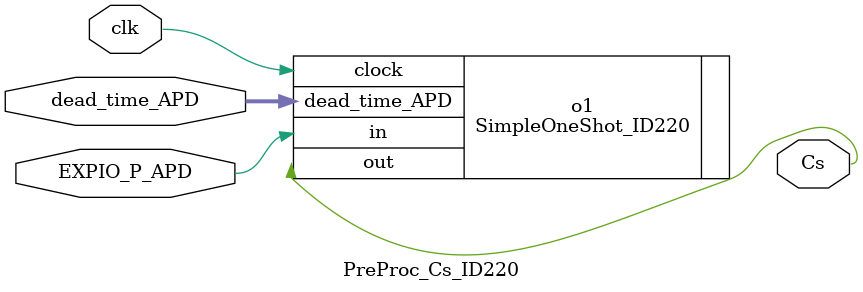
<source format=v>
`timescale 1ns / 1ps


module PreProc_Cs_ID220(
input clk,
input  EXPIO_P_APD,
output  Cs,
input [7:0] dead_time_APD
);
SimpleOneShot_ID220 o1  (
    .clock(clk), 
    .in(EXPIO_P_APD), 
    .out(Cs),
    .dead_time_APD(dead_time_APD)
    );
endmodule

</source>
